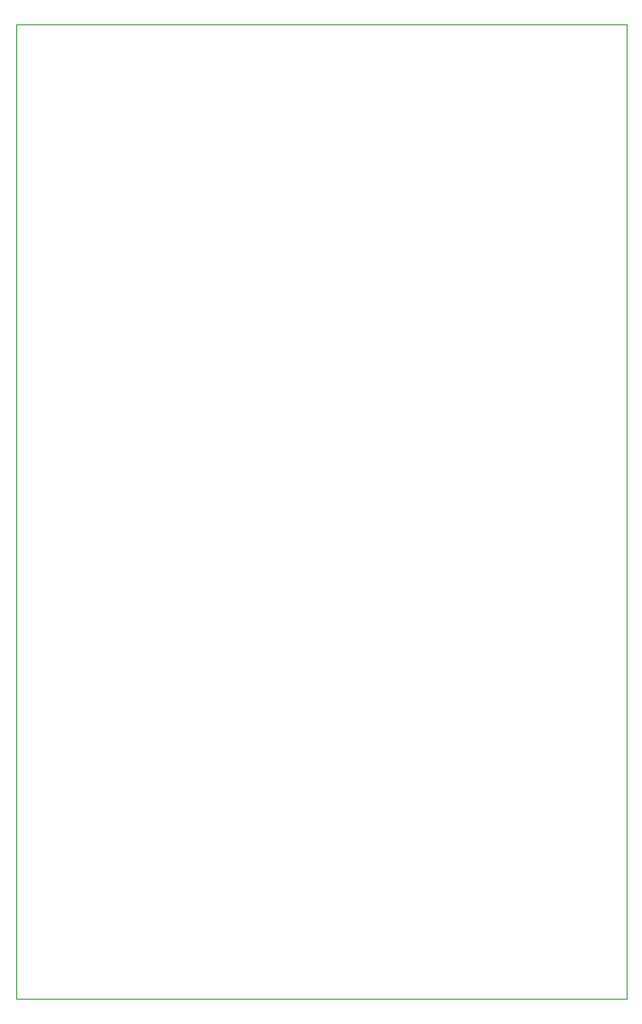
<source format=gbr>
%TF.GenerationSoftware,KiCad,Pcbnew,(6.0.10)*%
%TF.CreationDate,2023-02-10T12:49:53-06:00*%
%TF.ProjectId,lowerArm,6c6f7765-7241-4726-9d2e-6b696361645f,rev?*%
%TF.SameCoordinates,Original*%
%TF.FileFunction,Profile,NP*%
%FSLAX46Y46*%
G04 Gerber Fmt 4.6, Leading zero omitted, Abs format (unit mm)*
G04 Created by KiCad (PCBNEW (6.0.10)) date 2023-02-10 12:49:53*
%MOMM*%
%LPD*%
G01*
G04 APERTURE LIST*
%TA.AperFunction,Profile*%
%ADD10C,0.100000*%
%TD*%
G04 APERTURE END LIST*
D10*
X118110000Y-135763000D02*
X175387000Y-135763000D01*
X175387000Y-135763000D02*
X175387000Y-44450000D01*
X175387000Y-44450000D02*
X118110000Y-44450000D01*
X118110000Y-44450000D02*
X118110000Y-135763000D01*
M02*

</source>
